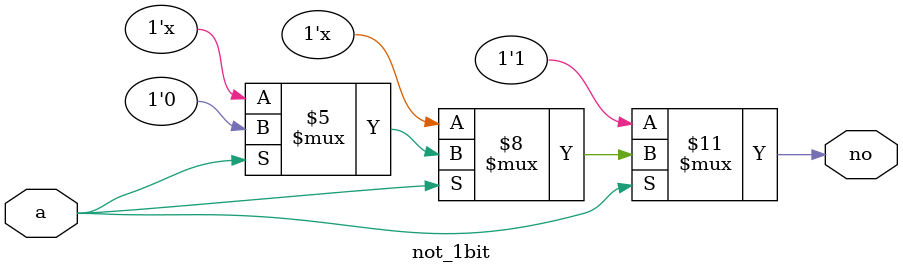
<source format=v>
`timescale 1ns / 1ps

module not_1bit (
    input a,
    output no
);
reg no;

always @(a) begin
    
    if (a == 1'b0)
    begin
        no = 1'b1;
    end

    else if (a == 1'b1)
    begin
        no = 1'b0;
    end
end

endmodule

</source>
